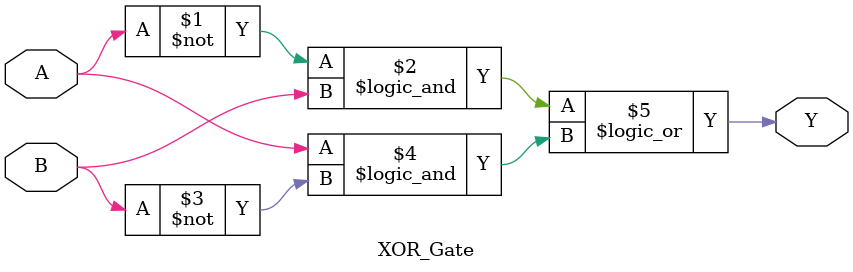
<source format=v>
module XOR_Gate(
  input A,
  input B,
  output Y);
  
  assign Y = ~A&&B || A&&~B; 
  
endmodule

</source>
